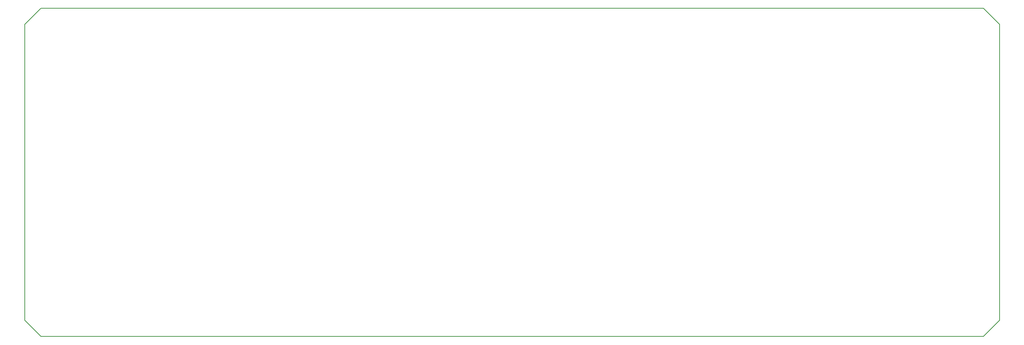
<source format=gbr>
G04 #@! TF.FileFunction,Profile,NP*
%FSLAX46Y46*%
G04 Gerber Fmt 4.6, Leading zero omitted, Abs format (unit mm)*
G04 Created by KiCad (PCBNEW 4.0.1-stable) date 7/13/2016 10:22:09 PM*
%MOMM*%
G01*
G04 APERTURE LIST*
%ADD10C,0.100000*%
%ADD11C,0.150000*%
G04 APERTURE END LIST*
D10*
D11*
X148844000Y-42926000D02*
X153924000Y-42926000D01*
X153924000Y-42926000D02*
X262382000Y-42926000D01*
X137414000Y-42926000D02*
X148844000Y-42926000D01*
X40132000Y-42926000D02*
X137414000Y-42926000D01*
X266192000Y-46736000D02*
X266192000Y-116586000D01*
X36322000Y-116586000D02*
X36322000Y-46736000D01*
X262382000Y-120396000D02*
X40132000Y-120396000D01*
X266192000Y-116586000D02*
X262382000Y-120396000D01*
X266192000Y-46736000D02*
X262382000Y-42926000D01*
X36322000Y-46736000D02*
X40132000Y-42926000D01*
X36322000Y-116586000D02*
X40132000Y-120396000D01*
M02*

</source>
